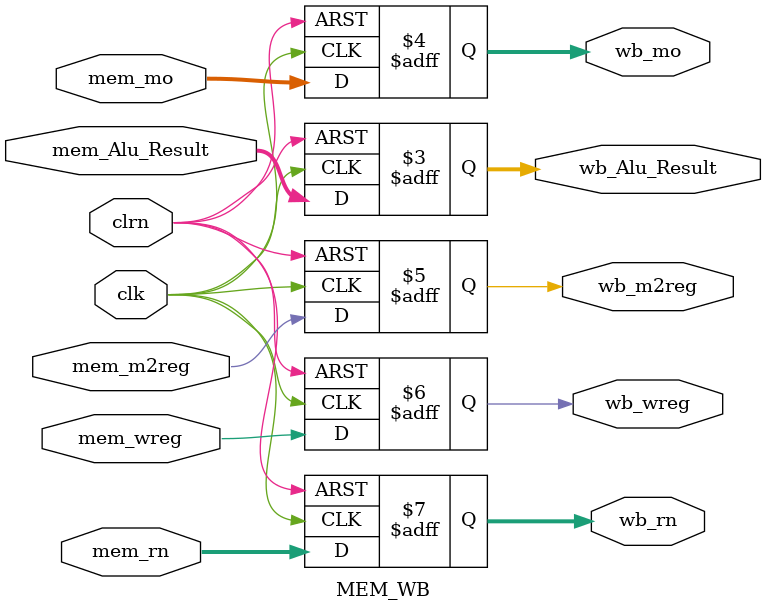
<source format=v>
`timescale 1ns / 1ps
module MEM_WB(clk, clrn,
				mem_Alu_Result,mem_m2reg,mem_wreg,mem_rn,mem_mo,
				wb_Alu_Result,wb_m2reg,wb_wreg,wb_rn,wb_mo
    );
	 
	 input clk, clrn;
	 input[31:0] mem_Alu_Result,mem_mo;
	 input mem_m2reg,mem_wreg;
	 input[4:0] mem_rn;
	 
	 output[31:0] wb_Alu_Result,wb_mo;
	 output wb_m2reg,wb_wreg;
	 output[4:0] wb_rn;
	 
	 reg[31:0] wb_Alu_Result,wb_mo;
	 reg wb_m2reg,wb_wreg;
	 reg[4:0] wb_rn;

	 always @ (posedge clk or negedge clrn)
		if(clrn==0)
			begin
				wb_Alu_Result<=0;
				wb_mo<=0;
				wb_m2reg<=0;
				wb_wreg<=0;
				wb_rn<=0;
			end
		else
			begin
				wb_Alu_Result<=mem_Alu_Result;
				wb_mo<=mem_mo;
				wb_m2reg<=mem_m2reg;
				wb_wreg<=mem_wreg;
				wb_rn<=mem_rn;
			end
			
endmodule

</source>
